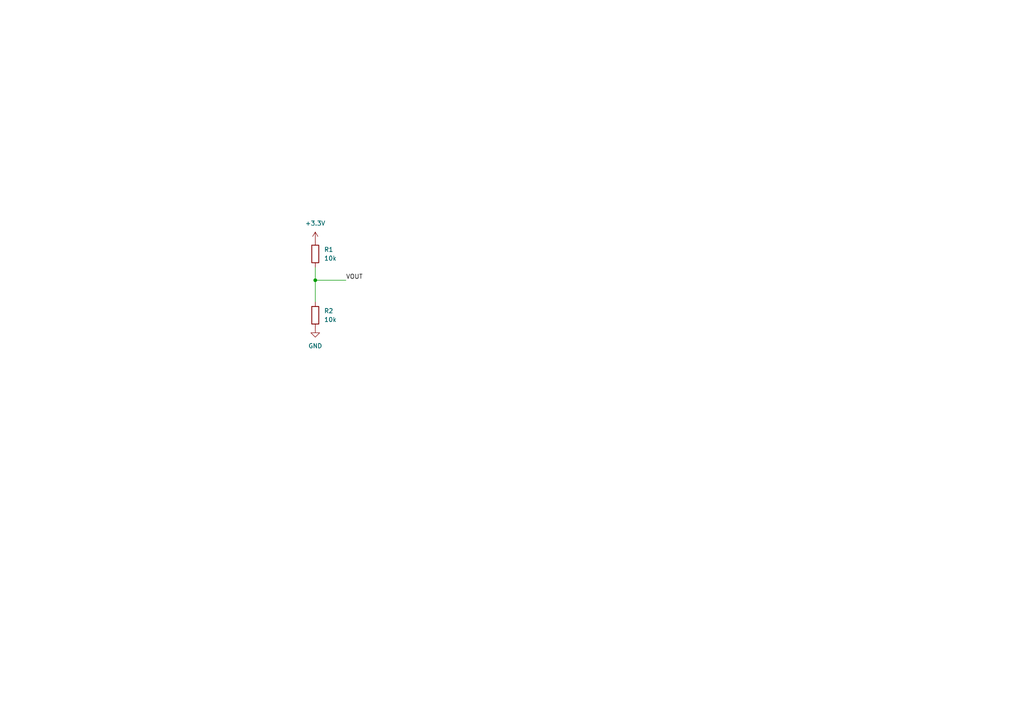
<source format=kicad_sch>
(kicad_sch (version 20250114) (generator "eeschema") (generator_version "9.0")
  (paper "A4")
  (lib_symbols
    (symbol "Device:R" (pin_numbers (hide yes)) (pin_names (offset 0))
      (property "Reference" "R" (at 2.032 0 90))
      (property "Value" "R" (at 0 0 90))
      (symbol "R_0_1"
        (rectangle (start -1.016 -2.54) (end 1.016 2.54) (stroke (width 0.254)))
      )
      (symbol "R_1_1"
        (pin passive line (at 0 3.81 270) (length 1.27) (name "~") (number "1"))
        (pin passive line (at 0 -3.81 90) (length 1.27) (name "~") (number "2"))
      )
    )
    (symbol "power:+3.3V" (power) (pin_numbers (hide yes)) (pin_names (offset 0) (hide yes))
      (property "Value" "+3.3V" (at 0 3.556 0))
      (symbol "+3.3V_0_1"
        (polyline (pts (xy -0.762 1.27) (xy 0 2.54)))
        (polyline (pts (xy 0 2.54) (xy 0.762 1.27)))
        (polyline (pts (xy 0 0) (xy 0 2.54)))
      )
      (symbol "+3.3V_1_1"
        (pin power_in line (at 0 0 90) (length 0) (name "~") (number "1"))
      )
    )
    (symbol "power:GND" (power) (pin_numbers (hide yes)) (pin_names (offset 0) (hide yes))
      (property "Value" "GND" (at 0 -3.81 0))
      (symbol "GND_0_1"
        (polyline (pts (xy 0 0) (xy 0 -1.27) (xy 1.27 -1.27) (xy 0 -2.54) (xy -1.27 -1.27) (xy 0 -1.27)))
      )
      (symbol "GND_1_1"
        (pin power_in line (at 0 0 270) (length 0) (name "~") (number "1"))
      )
    )
  )
  (junction (at 91.44 81.28))
  (wire (pts (xy 100.33 81.28) (xy 91.44 81.28)))
  (wire (pts (xy 91.44 81.28) (xy 91.44 77.47)))
  (wire (pts (xy 91.44 87.63) (xy 91.44 81.28)))
  (label "VOUT" (at 100.33 81.28 0))
  (symbol (lib_id "power:+3.3V") (at 91.44 69.85 0) (unit 1)
    (property "Reference" "#PWR02" (effects (hide yes)))
    (property "Value" "+3.3V" (at 91.44 64.77 0))
    (property "Description" "Power symbol creates a global label with name \"+3.3V\"" (effects (hide yes)))
  )
  (symbol (lib_id "power:GND") (at 91.44 95.25 0) (unit 1)
    (property "Reference" "#PWR01" (effects (hide yes)))
    (property "Value" "GND" (at 91.44 100.33 0))
    (property "Description" "Power symbol creates a global label with name \"GND\" , ground" (effects (hide yes)))
  )
  (symbol (lib_id "Device:R") (at 91.44 73.66 0) (unit 1)
    (property "Reference" "R1" (at 93.98 72.3899 0) (effects (justify left)))
    (property "Value" "10k" (at 93.98 74.9299 0) (effects (justify left)))
    (property "Footprint" "Resistor_SMD:R_0603_1608Metric" (effects (hide yes)))
    (property "Description" "Resistor" (effects (hide yes)))
  )
  (symbol (lib_id "Device:R") (at 91.44 91.44 0) (unit 1)
    (property "Reference" "R2" (at 93.98 90.1699 0) (effects (justify left)))
    (property "Value" "10k" (at 93.98 92.7099 0) (effects (justify left)))
    (property "Footprint" "Resistor_SMD:R_0603_1608Metric" (effects (hide yes)))
    (property "Description" "Resistor" (effects (hide yes)))
  )
)
</source>
